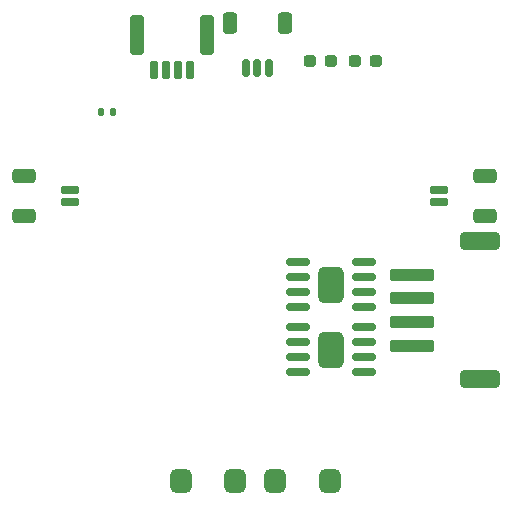
<source format=gbr>
%TF.GenerationSoftware,KiCad,Pcbnew,(6.0.5)*%
%TF.CreationDate,2023-01-06T15:20:20+08:00*%
%TF.ProjectId,Step_Ctrl_V1,53746570-5f43-4747-926c-5f56312e6b69,rev?*%
%TF.SameCoordinates,Original*%
%TF.FileFunction,Soldermask,Top*%
%TF.FilePolarity,Negative*%
%FSLAX46Y46*%
G04 Gerber Fmt 4.6, Leading zero omitted, Abs format (unit mm)*
G04 Created by KiCad (PCBNEW (6.0.5)) date 2023-01-06 15:20:20*
%MOMM*%
%LPD*%
G01*
G04 APERTURE LIST*
G04 Aperture macros list*
%AMRoundRect*
0 Rectangle with rounded corners*
0 $1 Rounding radius*
0 $2 $3 $4 $5 $6 $7 $8 $9 X,Y pos of 4 corners*
0 Add a 4 corners polygon primitive as box body*
4,1,4,$2,$3,$4,$5,$6,$7,$8,$9,$2,$3,0*
0 Add four circle primitives for the rounded corners*
1,1,$1+$1,$2,$3*
1,1,$1+$1,$4,$5*
1,1,$1+$1,$6,$7*
1,1,$1+$1,$8,$9*
0 Add four rect primitives between the rounded corners*
20,1,$1+$1,$2,$3,$4,$5,0*
20,1,$1+$1,$4,$5,$6,$7,0*
20,1,$1+$1,$6,$7,$8,$9,0*
20,1,$1+$1,$8,$9,$2,$3,0*%
G04 Aperture macros list end*
%ADD10RoundRect,0.300000X-0.700000X0.300000X-0.700000X-0.300000X0.700000X-0.300000X0.700000X0.300000X0*%
%ADD11RoundRect,0.150000X-0.650000X0.150000X-0.650000X-0.150000X0.650000X-0.150000X0.650000X0.150000X0*%
%ADD12RoundRect,0.150000X0.650000X-0.150000X0.650000X0.150000X-0.650000X0.150000X-0.650000X-0.150000X0*%
%ADD13RoundRect,0.300000X0.700000X-0.300000X0.700000X0.300000X-0.700000X0.300000X-0.700000X-0.300000X0*%
%ADD14RoundRect,0.300000X-0.300000X-1.390000X0.300000X-1.390000X0.300000X1.390000X-0.300000X1.390000X0*%
%ADD15RoundRect,0.150000X-0.150000X-0.650000X0.150000X-0.650000X0.150000X0.650000X-0.150000X0.650000X0*%
%ADD16RoundRect,0.450000X-0.450000X-0.550000X0.450000X-0.550000X0.450000X0.550000X-0.450000X0.550000X0*%
%ADD17RoundRect,0.552500X-0.552500X-0.997500X0.552500X-0.997500X0.552500X0.997500X-0.552500X0.997500X0*%
%ADD18RoundRect,0.175000X-0.825000X-0.175000X0.825000X-0.175000X0.825000X0.175000X-0.825000X0.175000X0*%
%ADD19RoundRect,0.135000X-0.135000X-0.185000X0.135000X-0.185000X0.135000X0.185000X-0.135000X0.185000X0*%
%ADD20RoundRect,0.250000X-1.650000X0.250000X-1.650000X-0.250000X1.650000X-0.250000X1.650000X0.250000X0*%
%ADD21RoundRect,0.375000X-1.325000X0.375000X-1.325000X-0.375000X1.325000X-0.375000X1.325000X0.375000X0*%
%ADD22RoundRect,0.375000X-1.325000X0.375000X-1.325000X-0.375000X1.325000X-0.375000X1.325000X0.375000X0*%
%ADD23RoundRect,0.150000X0.150000X0.625000X-0.150000X0.625000X-0.150000X-0.625000X0.150000X-0.625000X0*%
%ADD24RoundRect,0.250000X0.350000X0.650000X-0.350000X0.650000X-0.350000X-0.650000X0.350000X-0.650000X0*%
%ADD25RoundRect,0.237500X-0.287500X-0.237500X0.287500X-0.237500X0.287500X0.237500X-0.287500X0.237500X0*%
%ADD26RoundRect,0.237500X0.287500X0.237500X-0.287500X0.237500X-0.287500X-0.237500X0.287500X-0.237500X0*%
G04 APERTURE END LIST*
D10*
%TO.C,J8*%
X110157000Y-95553000D03*
X110157000Y-92153000D03*
D11*
X114057000Y-94353000D03*
X114057000Y-93353000D03*
%TD*%
D12*
%TO.C,J7*%
X145277000Y-94353000D03*
X145277000Y-93353000D03*
D13*
X149177000Y-95553000D03*
X149177000Y-92153000D03*
%TD*%
D14*
%TO.C,J5*%
X119682000Y-80236000D03*
X125682000Y-80236000D03*
D15*
X121182000Y-83196000D03*
X122182000Y-83196000D03*
X123182000Y-83196000D03*
X124182000Y-83196000D03*
%TD*%
D16*
%TO.C,SW2*%
X136043200Y-117983000D03*
X131443200Y-117983000D03*
%TD*%
%TO.C,SW1*%
X128043200Y-117983000D03*
X123443200Y-117983000D03*
%TD*%
D17*
%TO.C,U7*%
X136144000Y-106870500D03*
D18*
X138944000Y-104965500D03*
X138944000Y-106235500D03*
X138944000Y-107505500D03*
X138944000Y-108775500D03*
X133344000Y-108775500D03*
X133344000Y-107505500D03*
X133344000Y-106235500D03*
X133344000Y-104965500D03*
%TD*%
D17*
%TO.C,U6*%
X136144000Y-101346000D03*
D18*
X138944000Y-99441000D03*
X138944000Y-100711000D03*
X138944000Y-101981000D03*
X138944000Y-103251000D03*
X133344000Y-103251000D03*
X133344000Y-101981000D03*
X133344000Y-100711000D03*
X133344000Y-99441000D03*
%TD*%
D19*
%TO.C,R11*%
X116711000Y-86741000D03*
X117731000Y-86741000D03*
%TD*%
D20*
%TO.C,J13*%
X143046000Y-106505000D03*
X143046000Y-104505000D03*
X143046000Y-102505000D03*
X143046000Y-100505000D03*
D21*
X148746000Y-109355000D03*
D22*
X148746007Y-97654999D03*
%TD*%
D23*
%TO.C,J6*%
X130921000Y-83026000D03*
X129921000Y-83026000D03*
X128921000Y-83026000D03*
D24*
X127621000Y-79151000D03*
X132221000Y-79151000D03*
%TD*%
D25*
%TO.C,D3*%
X139940000Y-82423000D03*
X138190000Y-82423000D03*
%TD*%
D26*
%TO.C,D2*%
X134380000Y-82423000D03*
X136130000Y-82423000D03*
%TD*%
M02*

</source>
